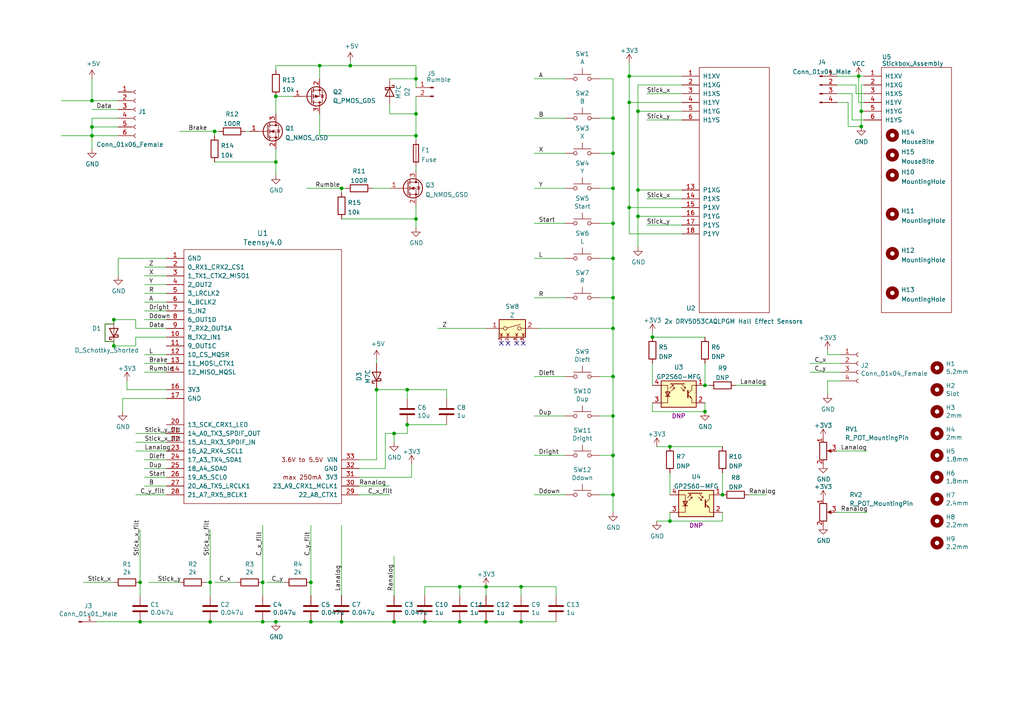
<source format=kicad_sch>
(kicad_sch (version 20211123) (generator eeschema)
  (paper "A4")
  (junction (at 151.13 170.18))
  (junction (at 151.13 180.34))
  (junction (at 120.65 39.37))
  (junction (at 133.35 180.34))
  (junction (at 114.3 125.73))
  (junction (at 177.8 44.45))
  (junction (at 177.8 54.61))
  (junction (at 182.499 22.098))
  (junction (at 204.47 119.38))
  (junction (at 194.31 151.13))
  (junction (at 123.19 180.34))
  (junction (at 204.47 111.76))
  (junction (at 177.8 109.22))
  (junction (at 140.97 170.18))
  (junction (at 249.809 36.703))
  (junction (at 120.65 22.86))
  (junction (at 80.01 46.99))
  (junction (at 249.047 22.098))
  (junction (at 177.8 143.51))
  (junction (at 120.65 33.02))
  (junction (at 185.039 55.118))
  (junction (at 140.97 180.34))
  (junction (at 26.67 36.83))
  (junction (at 33.02 92.71))
  (junction (at 92.71 19.05))
  (junction (at 60.96 180.34))
  (junction (at 189.23 97.79))
  (junction (at 182.499 29.718))
  (junction (at 177.8 132.08))
  (junction (at 118.11 113.03))
  (junction (at 90.17 180.34))
  (junction (at 133.35 170.18))
  (junction (at 90.17 168.91))
  (junction (at 101.6 19.05))
  (junction (at 80.01 180.34))
  (junction (at 120.65 63.5))
  (junction (at 109.22 113.03))
  (junction (at 185.039 32.258))
  (junction (at 62.23 38.1))
  (junction (at 177.8 34.29))
  (junction (at 194.31 129.54))
  (junction (at 76.2 168.91))
  (junction (at 99.06 180.34))
  (junction (at 249.809 32.258))
  (junction (at 177.8 86.36))
  (junction (at 177.8 120.65))
  (junction (at 114.3 180.34))
  (junction (at 99.06 54.61))
  (junction (at 40.64 180.34))
  (junction (at 177.8 74.93))
  (junction (at 26.67 39.37))
  (junction (at 118.11 123.19))
  (junction (at 80.01 27.94))
  (junction (at 182.499 60.198))
  (junction (at 33.02 100.33))
  (junction (at 26.67 29.21))
  (junction (at 177.8 64.77))
  (junction (at 177.8 95.25))
  (junction (at 60.96 168.91))
  (junction (at 185.039 62.738))
  (junction (at 76.2 180.34))
  (junction (at 209.55 143.51))
  (junction (at 40.64 168.91))
  (no_connect (at 151.765 99.568))
  (no_connect (at 145.415 99.568))
  (no_connect (at 147.32 99.568))
  (no_connect (at 149.86 99.568))
  (wire (pts (xy 204.47 111.76) (xy 205.74 111.76)))
  (wire (pts (xy 48.26 140.97) (xy 41.91 140.97)))
  (wire (pts (xy 120.65 22.86) (xy 120.65 19.05)))
  (wire (pts (xy 173.99 54.61) (xy 177.8 54.61)))
  (wire (pts (xy 104.14 135.89) (xy 111.76 135.89)))
  (wire (pts (xy 123.19 172.72) (xy 123.19 170.18)))
  (wire (pts (xy 177.8 143.51) (xy 177.8 148.59)))
  (wire (pts (xy 177.8 120.65) (xy 177.8 132.08)))
  (wire (pts (xy 120.65 59.69) (xy 120.65 63.5)))
  (wire (pts (xy 204.47 119.38) (xy 189.23 119.38)))
  (wire (pts (xy 127 95.25) (xy 140.97 95.25)))
  (wire (pts (xy 41.91 107.95) (xy 48.26 107.95)))
  (wire (pts (xy 48.26 115.57) (xy 35.56 115.57)))
  (wire (pts (xy 156.21 95.25) (xy 177.8 95.25)))
  (wire (pts (xy 247.142 34.798) (xy 247.142 27.178)))
  (wire (pts (xy 33.02 99.06) (xy 33.02 100.33)))
  (wire (pts (xy 133.35 170.18) (xy 140.97 170.18)))
  (wire (pts (xy 99.06 54.61) (xy 100.33 54.61)))
  (wire (pts (xy 120.65 39.37) (xy 120.65 40.64)))
  (wire (pts (xy 243.84 105.41) (xy 234.95 105.41)))
  (wire (pts (xy 113.03 140.97) (xy 104.14 140.97)))
  (wire (pts (xy 114.3 172.72) (xy 114.3 161.29)))
  (wire (pts (xy 209.55 137.16) (xy 209.55 143.51)))
  (wire (pts (xy 243.84 107.95) (xy 234.95 107.95)))
  (wire (pts (xy 114.3 125.73) (xy 114.3 128.27)))
  (wire (pts (xy 204.47 116.84) (xy 204.47 119.38)))
  (wire (pts (xy 163.83 120.65) (xy 154.94 120.65)))
  (wire (pts (xy 177.8 54.61) (xy 177.8 44.45)))
  (wire (pts (xy 185.039 62.738) (xy 197.739 62.738)))
  (wire (pts (xy 151.13 172.72) (xy 151.13 170.18)))
  (wire (pts (xy 118.11 123.19) (xy 118.11 125.73)))
  (wire (pts (xy 250.571 34.798) (xy 247.142 34.798)))
  (wire (pts (xy 197.739 22.098) (xy 182.499 22.098)))
  (wire (pts (xy 109.22 113.03) (xy 109.22 133.35)))
  (wire (pts (xy 40.64 180.34) (xy 60.96 180.34)))
  (wire (pts (xy 242.824 29.718) (xy 245.999 29.718)))
  (wire (pts (xy 76.2 152.4) (xy 76.2 168.91)))
  (wire (pts (xy 249.047 29.718) (xy 249.047 22.098)))
  (wire (pts (xy 80.01 19.05) (xy 80.01 20.32)))
  (wire (pts (xy 189.23 96.52) (xy 189.23 97.79)))
  (wire (pts (xy 113.03 143.51) (xy 104.14 143.51)))
  (wire (pts (xy 34.29 36.83) (xy 26.67 36.83)))
  (wire (pts (xy 90.17 152.4) (xy 90.17 168.91)))
  (wire (pts (xy 249.809 24.638) (xy 249.809 32.258)))
  (wire (pts (xy 92.71 22.86) (xy 92.71 19.05)))
  (wire (pts (xy 194.31 151.13) (xy 194.31 148.59)))
  (wire (pts (xy 109.22 104.14) (xy 109.22 105.41)))
  (wire (pts (xy 173.99 64.77) (xy 177.8 64.77)))
  (wire (pts (xy 39.37 97.79) (xy 48.26 97.79)))
  (wire (pts (xy 194.31 137.16) (xy 194.31 143.51)))
  (wire (pts (xy 209.55 148.59) (xy 209.55 151.13)))
  (wire (pts (xy 129.54 115.57) (xy 129.54 113.03)))
  (wire (pts (xy 109.22 113.03) (xy 118.11 113.03)))
  (wire (pts (xy 118.11 113.03) (xy 129.54 113.03)))
  (wire (pts (xy 34.29 31.75) (xy 26.67 31.75)))
  (wire (pts (xy 140.97 180.34) (xy 133.35 180.34)))
  (wire (pts (xy 163.83 143.51) (xy 154.94 143.51)))
  (wire (pts (xy 60.96 168.91) (xy 59.69 168.91)))
  (wire (pts (xy 120.65 27.94) (xy 120.65 33.02)))
  (wire (pts (xy 189.23 119.38) (xy 189.23 116.84)))
  (wire (pts (xy 190.5 129.54) (xy 194.31 129.54)))
  (wire (pts (xy 40.64 153.67) (xy 40.64 168.91)))
  (wire (pts (xy 113.03 22.86) (xy 120.65 22.86)))
  (wire (pts (xy 36.83 113.03) (xy 36.83 110.49)))
  (wire (pts (xy 118.11 113.03) (xy 118.11 115.57)))
  (wire (pts (xy 80.01 27.94) (xy 80.01 33.02)))
  (wire (pts (xy 80.01 27.94) (xy 85.09 27.94)))
  (wire (pts (xy 249.809 32.258) (xy 249.809 36.703)))
  (wire (pts (xy 187.579 65.278) (xy 197.739 65.278)))
  (wire (pts (xy 163.83 86.36) (xy 154.94 86.36)))
  (wire (pts (xy 92.71 19.05) (xy 101.6 19.05)))
  (wire (pts (xy 213.36 111.76) (xy 222.25 111.76)))
  (wire (pts (xy 120.65 33.02) (xy 113.03 33.02)))
  (wire (pts (xy 249.047 22.098) (xy 250.571 22.098)))
  (wire (pts (xy 34.29 39.37) (xy 26.67 39.37)))
  (wire (pts (xy 185.039 55.118) (xy 197.739 55.118)))
  (wire (pts (xy 113.03 33.02) (xy 113.03 30.48)))
  (wire (pts (xy 182.499 67.818) (xy 182.499 60.198)))
  (wire (pts (xy 111.76 135.89) (xy 111.76 125.73)))
  (wire (pts (xy 182.499 60.198) (xy 197.739 60.198)))
  (wire (pts (xy 243.84 110.49) (xy 240.03 110.49)))
  (wire (pts (xy 140.97 180.34) (xy 151.13 180.34)))
  (wire (pts (xy 35.56 115.57) (xy 35.56 119.38)))
  (wire (pts (xy 92.71 33.02) (xy 92.71 39.37)))
  (wire (pts (xy 120.65 33.02) (xy 120.65 39.37)))
  (wire (pts (xy 185.039 32.258) (xy 185.039 24.638)))
  (wire (pts (xy 90.17 180.34) (xy 99.06 180.34)))
  (wire (pts (xy 177.8 86.36) (xy 177.8 95.25)))
  (wire (pts (xy 133.35 170.18) (xy 133.35 172.72)))
  (wire (pts (xy 177.8 132.08) (xy 177.8 143.51)))
  (wire (pts (xy 209.55 151.13) (xy 194.31 151.13)))
  (wire (pts (xy 41.91 105.41) (xy 48.26 105.41)))
  (wire (pts (xy 177.8 44.45) (xy 177.8 34.29)))
  (wire (pts (xy 163.83 132.08) (xy 154.94 132.08)))
  (wire (pts (xy 48.26 133.35) (xy 41.91 133.35)))
  (wire (pts (xy 33.02 93.98) (xy 30.48 93.98)))
  (wire (pts (xy 247.142 27.178) (xy 242.824 27.178)))
  (wire (pts (xy 177.8 86.36) (xy 177.8 74.93)))
  (wire (pts (xy 187.579 57.658) (xy 197.739 57.658)))
  (wire (pts (xy 52.07 38.1) (xy 62.23 38.1)))
  (wire (pts (xy 161.29 172.72) (xy 161.29 170.18)))
  (wire (pts (xy 163.83 34.29) (xy 154.94 34.29)))
  (wire (pts (xy 39.37 100.33) (xy 33.02 100.33)))
  (wire (pts (xy 182.499 22.098) (xy 182.499 29.718)))
  (wire (pts (xy 243.84 102.87) (xy 240.03 102.87)))
  (wire (pts (xy 80.01 43.18) (xy 80.01 46.99)))
  (wire (pts (xy 182.499 29.718) (xy 182.499 60.198)))
  (wire (pts (xy 163.83 54.61) (xy 154.94 54.61)))
  (wire (pts (xy 185.039 32.258) (xy 197.739 32.258)))
  (wire (pts (xy 34.29 29.21) (xy 26.67 29.21)))
  (wire (pts (xy 48.26 102.87) (xy 41.91 102.87)))
  (wire (pts (xy 118.11 125.73) (xy 114.3 125.73)))
  (wire (pts (xy 163.83 74.93) (xy 154.94 74.93)))
  (wire (pts (xy 48.26 77.47) (xy 41.91 77.47)))
  (wire (pts (xy 52.07 168.91) (xy 43.18 168.91)))
  (wire (pts (xy 111.76 125.73) (xy 114.3 125.73)))
  (wire (pts (xy 140.97 170.18) (xy 140.97 172.72)))
  (wire (pts (xy 48.26 80.01) (xy 41.91 80.01)))
  (wire (pts (xy 99.06 54.61) (xy 99.06 55.88)))
  (wire (pts (xy 62.23 38.1) (xy 63.5 38.1)))
  (wire (pts (xy 48.26 135.89) (xy 41.91 135.89)))
  (wire (pts (xy 48.26 92.71) (xy 41.91 92.71)))
  (wire (pts (xy 177.8 74.93) (xy 177.8 64.77)))
  (wire (pts (xy 173.99 143.51) (xy 177.8 143.51)))
  (wire (pts (xy 194.31 129.54) (xy 209.55 129.54)))
  (wire (pts (xy 173.99 109.22) (xy 177.8 109.22)))
  (wire (pts (xy 76.2 168.91) (xy 76.2 172.72)))
  (wire (pts (xy 48.26 138.43) (xy 41.91 138.43)))
  (wire (pts (xy 151.13 180.34) (xy 161.29 180.34)))
  (wire (pts (xy 217.17 143.51) (xy 222.25 143.51)))
  (wire (pts (xy 48.26 143.51) (xy 39.37 143.51)))
  (wire (pts (xy 99.06 152.4) (xy 99.06 172.72)))
  (wire (pts (xy 245.999 29.718) (xy 245.999 36.703)))
  (wire (pts (xy 163.83 22.86) (xy 154.94 22.86)))
  (wire (pts (xy 189.23 97.79) (xy 204.47 97.79)))
  (wire (pts (xy 182.499 67.818) (xy 197.739 67.818)))
  (wire (pts (xy 250.571 24.638) (xy 249.809 24.638)))
  (wire (pts (xy 88.9 54.61) (xy 99.06 54.61)))
  (wire (pts (xy 114.3 180.34) (xy 123.19 180.34)))
  (wire (pts (xy 24.13 168.91) (xy 33.02 168.91)))
  (wire (pts (xy 173.99 132.08) (xy 177.8 132.08)))
  (wire (pts (xy 250.571 29.718) (xy 249.047 29.718)))
  (wire (pts (xy 189.23 105.41) (xy 189.23 111.76)))
  (wire (pts (xy 177.8 22.86) (xy 177.8 34.29)))
  (wire (pts (xy 177.8 64.77) (xy 177.8 54.61)))
  (wire (pts (xy 185.039 62.738) (xy 185.039 71.628)))
  (wire (pts (xy 39.37 92.71) (xy 33.02 92.71)))
  (wire (pts (xy 197.739 29.718) (xy 182.499 29.718)))
  (wire (pts (xy 187.579 34.798) (xy 197.739 34.798)))
  (wire (pts (xy 39.37 125.73) (xy 48.26 125.73)))
  (wire (pts (xy 48.26 90.17) (xy 41.91 90.17)))
  (wire (pts (xy 123.19 170.18) (xy 133.35 170.18)))
  (wire (pts (xy 48.26 113.03) (xy 36.83 113.03)))
  (wire (pts (xy 48.26 85.09) (xy 41.91 85.09)))
  (wire (pts (xy 249.809 32.258) (xy 250.571 32.258)))
  (wire (pts (xy 204.47 105.41) (xy 204.47 111.76)))
  (wire (pts (xy 39.37 97.79) (xy 39.37 100.33)))
  (wire (pts (xy 17.78 29.21) (xy 26.67 29.21)))
  (wire (pts (xy 62.23 168.91) (xy 68.58 168.91)))
  (wire (pts (xy 240.03 110.49) (xy 240.03 114.3)))
  (wire (pts (xy 39.37 130.81) (xy 48.26 130.81)))
  (wire (pts (xy 120.65 39.37) (xy 92.71 39.37)))
  (wire (pts (xy 99.06 63.5) (xy 120.65 63.5)))
  (wire (pts (xy 173.99 86.36) (xy 177.8 86.36)))
  (wire (pts (xy 26.67 34.29) (xy 26.67 36.83)))
  (wire (pts (xy 27.94 180.34) (xy 40.64 180.34)))
  (wire (pts (xy 99.06 180.34) (xy 114.3 180.34)))
  (wire (pts (xy 62.23 38.1) (xy 62.23 39.37)))
  (wire (pts (xy 161.29 170.18) (xy 151.13 170.18)))
  (wire (pts (xy 71.12 38.1) (xy 72.39 38.1)))
  (wire (pts (xy 119.38 138.43) (xy 104.14 138.43)))
  (wire (pts (xy 62.23 46.99) (xy 80.01 46.99)))
  (wire (pts (xy 80.01 180.34) (xy 90.17 180.34)))
  (wire (pts (xy 173.99 34.29) (xy 177.8 34.29)))
  (wire (pts (xy 242.57 130.81) (xy 251.46 130.81)))
  (wire (pts (xy 26.67 39.37) (xy 26.67 43.18)))
  (wire (pts (xy 173.99 120.65) (xy 177.8 120.65)))
  (wire (pts (xy 48.26 82.55) (xy 41.91 82.55)))
  (wire (pts (xy 185.039 62.738) (xy 185.039 55.118)))
  (wire (pts (xy 104.14 133.35) (xy 109.22 133.35)))
  (wire (pts (xy 101.6 17.78) (xy 101.6 19.05)))
  (wire (pts (xy 120.65 25.4) (xy 120.65 22.86)))
  (wire (pts (xy 177.8 109.22) (xy 177.8 120.65)))
  (wire (pts (xy 120.65 63.5) (xy 120.65 66.04)))
  (wire (pts (xy 173.99 44.45) (xy 177.8 44.45)))
  (wire (pts (xy 39.37 95.25) (xy 39.37 92.71)))
  (wire (pts (xy 163.83 44.45) (xy 154.94 44.45)))
  (wire (pts (xy 151.13 170.18) (xy 140.97 170.18)))
  (wire (pts (xy 60.96 153.67) (xy 60.96 168.91)))
  (wire (pts (xy 245.999 36.703) (xy 249.809 36.703)))
  (wire (pts (xy 242.824 22.098) (xy 249.047 22.098)))
  (wire (pts (xy 177.8 95.25) (xy 177.8 109.22)))
  (wire (pts (xy 48.26 74.93) (xy 34.29 74.93)))
  (wire (pts (xy 60.96 180.34) (xy 76.2 180.34)))
  (wire (pts (xy 107.95 54.61) (xy 113.03 54.61)))
  (wire (pts (xy 90.17 168.91) (xy 90.17 172.72)))
  (wire (pts (xy 163.83 64.77) (xy 154.94 64.77)))
  (wire (pts (xy 39.37 128.27) (xy 48.26 128.27)))
  (wire (pts (xy 173.99 22.86) (xy 177.8 22.86)))
  (wire (pts (xy 240.03 102.87) (xy 240.03 101.6)))
  (wire (pts (xy 34.29 74.93) (xy 34.29 80.01)))
  (wire (pts (xy 60.96 168.91) (xy 60.96 172.72)))
  (wire (pts (xy 26.67 36.83) (xy 26.67 39.37)))
  (wire (pts (xy 248.285 27.178) (xy 250.571 27.178)))
  (wire (pts (xy 80.01 180.34) (xy 76.2 180.34)))
  (wire (pts (xy 48.26 87.63) (xy 41.91 87.63)))
  (wire (pts (xy 40.64 172.72) (xy 40.64 168.91)))
  (wire (pts (xy 80.01 46.99) (xy 80.01 50.8)))
  (wire (pts (xy 242.824 24.638) (xy 248.285 24.638)))
  (wire (pts (xy 242.57 148.59) (xy 251.46 148.59)))
  (wire (pts (xy 182.499 18.288) (xy 182.499 22.098)))
  (wire (pts (xy 185.039 24.638) (xy 197.739 24.638)))
  (wire (pts (xy 39.37 95.25) (xy 48.26 95.25)))
  (wire (pts (xy 163.83 109.22) (xy 154.94 109.22)))
  (wire (pts (xy 26.67 29.21) (xy 26.67 22.86)))
  (wire (pts (xy 120.65 48.26) (xy 120.65 49.53)))
  (wire (pts (xy 123.19 180.34) (xy 133.35 180.34)))
  (wire (pts (xy 92.71 19.05) (xy 80.01 19.05)))
  (wire (pts (xy 118.11 123.19) (xy 129.54 123.19)))
  (wire (pts (xy 30.48 99.06) (xy 33.02 99.06)))
  (wire (pts (xy 119.38 134.62) (xy 119.38 138.43)))
  (wire (pts (xy 34.29 34.29) (xy 26.67 34.29)))
  (wire (pts (xy 197.739 27.178) (xy 187.579 27.178)))
  (wire (pts (xy 185.039 32.258) (xy 185.039 55.118)))
  (wire (pts (xy 77.47 168.91) (xy 82.55 168.91)))
  (wire (pts (xy 30.48 93.98) (xy 30.48 99.06)))
  (wire (pts (xy 17.78 39.37) (xy 26.67 39.37)))
  (wire (pts (xy 120.65 19.05) (xy 101.6 19.05)))
  (wire (pts (xy 33.02 92.71) (xy 33.02 93.98)))
  (wire (pts (xy 248.285 24.638) (xy 248.285 27.178)))
  (wire (pts (xy 190.5 151.13) (xy 194.31 151.13)))
  (wire (pts (xy 173.99 74.93) (xy 177.8 74.93)))
  (label "Lanalog" (at 214.63 111.76 0))
  (label "C_y_filt" (at 40.64 143.51 0))
  (label "Stick_y" (at 187.579 65.278 0))
  (label "A" (at 156.21 22.86 0))
  (label "A" (at 43.18 87.63 0))
  (label "Ranalog" (at 114.3 171.45 90))
  (label "Dleft" (at 43.18 133.35 0))
  (label "Z" (at 43.18 77.47 0))
  (label "L" (at 156.21 74.93 0))
  (label "Stick_y" (at 45.72 168.91 0))
  (label "C_x" (at 236.22 105.41 0))
  (label "Stick_x" (at 187.579 27.178 0))
  (label "Stick_x" (at 187.579 57.658 0))
  (label "Lanalog" (at 41.91 130.81 0))
  (label "Rumble" (at 91.44 54.61 0))
  (label "Dleft" (at 156.21 109.22 0))
  (label "Ranalog" (at 217.17 143.51 0))
  (label "Data" (at 27.94 31.75 0))
  (label "Ranalog" (at 104.14 140.97 0))
  (label "B" (at 156.21 34.29 0))
  (label "C_y" (at 78.74 168.91 0))
  (label "Rumble" (at 43.18 107.95 0))
  (label "Z" (at 128.27 95.25 0))
  (label "C_x_filt" (at 76.2 161.29 90))
  (label "Start" (at 43.18 138.43 0))
  (label "Dright" (at 43.18 90.17 0))
  (label "C_x" (at 63.5 168.91 0))
  (label "C_y_filt" (at 90.17 161.29 90))
  (label "Stick_x" (at 25.4 168.91 0))
  (label "Dright" (at 156.21 132.08 0))
  (label "Ranalog" (at 243.84 148.59 0))
  (label "Start" (at 156.21 64.77 0))
  (label "B" (at 43.18 140.97 0))
  (label "Ddown" (at 156.21 143.51 0))
  (label "Brake" (at 43.18 105.41 0))
  (label "R" (at 156.21 86.36 0))
  (label "Stick_y_filt" (at 41.91 125.73 0))
  (label "X" (at 43.18 80.01 0))
  (label "R" (at 43.18 85.09 0))
  (label "Data" (at 43.18 95.25 0))
  (label "Lanalog" (at 243.84 130.81 0))
  (label "Stick_y" (at 187.579 34.798 0))
  (label "Y" (at 156.21 54.61 0))
  (label "Ddown" (at 43.18 92.71 0))
  (label "C_y" (at 236.22 107.95 0))
  (label "Dup" (at 43.18 135.89 0))
  (label "C_x_filt" (at 106.68 143.51 0))
  (label "Brake" (at 54.61 38.1 0))
  (label "Stick_x_filt" (at 41.91 128.27 0))
  (label "Lanalog" (at 99.06 171.45 90))
  (label "L" (at 43.18 102.87 0))
  (label "X" (at 156.21 44.45 0))
  (label "Stick_x_filt" (at 40.64 161.29 90))
  (label "Y" (at 43.18 82.55 0))
  (label "Dup" (at 156.21 120.65 0))
  (label "Stick_y_filt" (at 60.96 161.29 90))
  (symbol (lib_id "teensy:Teensy4.0") (at 76.2 109.22 0) (unit 1)
    (property "Reference" "U1" (at 76.2 67.6402 0) (effects (font (size 1.524 1.524))))
    (property "Value" "Teensy4.0" (at 76.2 70.3326 0) (effects (font (size 1.524 1.524))))
    (property "Footprint" "PhobGCC_Footprints:Teensy40_Edge_Pins" (effects hide))
  )
  (symbol (lib_id "Switch:SW_Push") (at 168.91 22.86 0) (unit 1)
    (property "Reference" "SW1" (at 168.91 15.621 0))
    (property "Value" "A" (at 168.91 17.9324 0))
    (property "Footprint" "PhobGCC_Footprints:ABXY_Contact_Omron_Switch" (effects hide))
  )
  (symbol (lib_id "Switch:SW_Push") (at 168.91 34.29 0) (unit 1)
    (property "Reference" "SW2" (at 168.91 27.051 0))
    (property "Value" "B" (at 168.91 29.3624 0))
    (property "Footprint" "PhobGCC_Footprints:ABXY_Contact_Omron_Switch" (effects hide))
  )
  (symbol (lib_id "Switch:SW_Push") (at 168.91 44.45 0) (unit 1)
    (property "Reference" "SW3" (at 168.91 37.211 0))
    (property "Value" "X" (at 168.91 39.5224 0))
    (property "Footprint" "PhobGCC_Footprints:ABXY_Contact_Omron_Switch" (effects hide))
  )
  (symbol (lib_id "Switch:SW_Push") (at 168.91 54.61 0) (unit 1)
    (property "Reference" "SW4" (at 168.91 47.371 0))
    (property "Value" "Y" (at 168.91 49.6824 0))
    (property "Footprint" "PhobGCC_Footprints:ABXY_Contact_Omron_Switch" (effects hide))
  )
  (symbol (lib_id "Switch:SW_Push") (at 168.91 64.77 0) (unit 1)
    (property "Reference" "SW5" (at 168.91 57.531 0))
    (property "Value" "Start" (at 168.91 59.8424 0))
    (property "Footprint" "PhobGCC_Footprints:Start_Contact" (effects hide))
  )
  (symbol (lib_id "Switch:SW_Push") (at 168.91 74.93 0) (unit 1)
    (property "Reference" "SW6" (at 168.91 67.691 0))
    (property "Value" "L" (at 168.91 70.0024 0))
    (property "Footprint" "PhobGCC_Footprints:Pin_Header_Straight_1x02_Pitch2.54mm" (effects hide))
  )
  (symbol (lib_id "Switch:SW_Push") (at 168.91 86.36 0) (unit 1)
    (property "Reference" "SW7" (at 168.91 79.121 0))
    (property "Value" "R" (at 168.91 81.4324 0))
    (property "Footprint" "PhobGCC_Footprints:Pin_Header_Straight_1x02_Pitch2.54mm" (effects hide))
  )
  (symbol (lib_id "power:GND") (at 34.29 80.01 0) (unit 1)
    (property "Reference" "#PWR0102" (effects hide))
    (property "Value" "GND" (at 34.417 84.4042 0))
  )
  (symbol (lib_id "power:GND") (at 177.8 148.59 0) (unit 1)
    (property "Reference" "#PWR0103" (effects hide))
    (property "Value" "GND" (at 177.927 152.9842 0))
  )
  (symbol (lib_id "power:+5V") (at 26.67 22.86 0) (unit 1)
    (property "Reference" "#PWR0113" (effects hide))
    (property "Value" "+5V" (at 27.051 18.4658 0))
  )
  (symbol (lib_id "Connector:Conn_01x06_Female") (at 39.37 31.75 0) (unit 1)
    (property "Reference" "J1" (at 40.0812 32.3596 0) (effects (justify left)))
    (property "Value" "Conn_01x06_Female" (at 27.94 41.91 0) (effects (justify left)))
    (property "Footprint" "PhobGCC_Footprints:GCC_Header_Straight_1x06_Pitch2.00mm" (effects hide))
  )
  (symbol (lib_id "GCC:Gamecube-MB-rescue_Slider_GCC-Gamecube_MB") (at 238.76 130.81 0) (unit 1)
    (property "Reference" "RV1" (at 245.11 124.46 0) (effects (justify left)))
    (property "Value" "R_POT_MountingPin" (at 245.11 127 0) (effects (justify left)))
    (property "Footprint" "PhobGCC_Footprints:GCC_Slider" (effects hide))
  )
  (symbol (lib_id "Connector:Conn_01x04_Female") (at 248.92 105.41 0) (unit 1)
    (property "Reference" "J2" (at 249.6312 106.0196 0) (effects (justify left)))
    (property "Value" "Conn_01x04_Female" (at 249.6312 108.331 0) (effects (justify left)))
    (property "Footprint" "PhobGCC_Footprints:PinHeader_1x04_P2.00mm_Vertical" (effects hide))
  )
  (symbol (lib_id "GCC:Gamecube-MB-rescue_Slider_GCC-Gamecube_MB") (at 238.76 148.59 0) (unit 1)
    (property "Reference" "RV2" (at 246.38 143.51 0) (effects (justify left)))
    (property "Value" "R_POT_MountingPin" (at 246.38 146.05 0) (effects (justify left)))
    (property "Footprint" "PhobGCC_Footprints:GCC_Slider" (effects hide))
  )
  (symbol (lib_id "power:GND") (at 240.03 114.3 0) (unit 1)
    (property "Reference" "#PWR0108" (effects hide))
    (property "Value" "GND" (at 240.157 118.6942 0))
  )
  (symbol (lib_id "Switch:SW_Push") (at 168.91 109.22 0) (unit 1)
    (property "Reference" "SW9" (at 168.91 101.981 0))
    (property "Value" "Dleft" (at 168.91 104.2924 0))
    (property "Footprint" "PhobGCC_Footprints:Dpad_Contact_TL3315NF_2" (effects hide))
  )
  (symbol (lib_id "power:GND") (at 238.76 134.62 0) (unit 1)
    (property "Reference" "#PWR0115" (effects hide))
    (property "Value" "GND" (at 238.887 139.0142 0))
  )
  (symbol (lib_id "Switch:SW_Push") (at 168.91 120.65 0) (unit 1)
    (property "Reference" "SW10" (at 168.91 113.411 0))
    (property "Value" "Dup" (at 168.91 115.7224 0))
    (property "Footprint" "PhobGCC_Footprints:Dpad_Contact_TL3315NF_2" (effects hide))
  )
  (symbol (lib_id "Switch:SW_Push") (at 168.91 132.08 0) (unit 1)
    (property "Reference" "SW11" (at 168.91 124.841 0))
    (property "Value" "Dright" (at 168.91 127.1524 0))
    (property "Footprint" "PhobGCC_Footprints:Dpad_Contact_TL3315NF_2" (effects hide))
  )
  (symbol (lib_id "Switch:SW_Push") (at 168.91 143.51 0) (unit 1)
    (property "Reference" "SW12" (at 168.91 136.271 0))
    (property "Value" "Ddown" (at 168.91 138.5824 0))
    (property "Footprint" "PhobGCC_Footprints:Dpad_Contact_TL3315NF_2" (effects hide))
  )
  (symbol (lib_id "power:GND") (at 238.76 152.4 0) (unit 1)
    (property "Reference" "#PWR0117" (effects hide))
    (property "Value" "GND" (at 238.887 156.7942 0))
  )
  (symbol (lib_id "PhobGCC_Symbol_Library:SW_DIP_x01") (at 148.59 95.25 0) (unit 1)
    (property "Reference" "SW8" (at 148.59 88.9 0))
    (property "Value" "Z" (at 148.59 91.44 0))
    (property "Footprint" "PhobGCC_Footprints:Z_Switch_Edge" (effects hide))
    (property "Configuration_Pole-Throw" "Single Pole - Single Throw" (effects hide))
    (property "Contact_Current_Rating" "50 mA" (effects hide))
    (property "Comment" "1825027-5" (effects hide))
    (property "EU_RoHS_Compliance" "Compliant" (effects hide))
  )
  (symbol (lib_id "GCC:Gamecube-MB-rescue_Stickbox_Assembly-Gamecube_MB") (at 202.819 19.558 0) (unit 1)
    (property "Reference" "U2" (at 199.009 89.408 0) (effects (justify left)))
    (property "Value" "2x DRV5053CAQLPGM Hall Effect Sensors" (at 192.659 93.218 0) (effects (justify left)))
    (property "Footprint" "PhobGCC_Footprints:GCC_Stickbox_2" (effects hide))
  )
  (symbol (lib_id "power:GND") (at 185.039 71.628 0) (unit 1)
    (property "Reference" "#PWR0101" (effects hide))
    (property "Value" "GND" (at 185.166 76.0222 0))
  )
  (symbol (lib_id "Device:C") (at 40.64 176.53 0) (unit 1)
    (property "Reference" "C1" (at 43.561 175.3616 0) (effects (justify left)))
    (property "Value" "0.047u" (at 43.561 177.673 0) (effects (justify left)))
    (property "Footprint" "PhobGCC_Footprints:C_0603_HandSoldering" (effects hide))
    (property "LCSC" "C1622" (effects hide))
  )
  (symbol (lib_id "Device:C") (at 60.96 176.53 0) (unit 1)
    (property "Reference" "C2" (at 63.881 175.3616 0) (effects (justify left)))
    (property "Value" "0.047u" (at 63.881 177.673 0) (effects (justify left)))
    (property "Footprint" "PhobGCC_Footprints:C_0603_HandSoldering" (effects hide))
    (property "LCSC" "C1622" (effects hide))
  )
  (symbol (lib_id "Device:C") (at 114.3 176.53 0) (unit 1)
    (property "Reference" "C3" (at 117.221 175.3616 0) (effects (justify left)))
    (property "Value" "0.047u" (at 117.221 177.673 0) (effects (justify left)))
    (property "Footprint" "PhobGCC_Footprints:C_0603_HandSoldering" (effects hide))
    (property "LCSC" "C1622" (effects hide))
  )
  (symbol (lib_id "Device:C") (at 76.2 176.53 0) (unit 1)
    (property "Reference" "C4" (at 79.121 175.3616 0) (effects (justify left)))
    (property "Value" "0.047u" (at 79.121 177.673 0) (effects (justify left)))
    (property "Footprint" "PhobGCC_Footprints:C_0603_HandSoldering" (effects hide))
    (property "LCSC" "C1622" (effects hide))
  )
  (symbol (lib_id "Device:C") (at 90.17 176.53 0) (unit 1)
    (property "Reference" "C5" (at 93.091 175.3616 0) (effects (justify left)))
    (property "Value" "0.047u" (at 93.091 177.673 0) (effects (justify left)))
    (property "Footprint" "PhobGCC_Footprints:C_0603_HandSoldering" (effects hide))
    (property "LCSC" "C1622" (effects hide))
  )
  (symbol (lib_id "Device:C") (at 99.06 176.53 0) (unit 1)
    (property "Reference" "C7" (at 101.981 175.3616 0) (effects (justify left)))
    (property "Value" "0.047u" (at 101.981 177.673 0) (effects (justify left)))
    (property "Footprint" "PhobGCC_Footprints:C_0603_HandSoldering" (effects hide))
    (property "LCSC" "C1622" (effects hide))
  )
  (symbol (lib_id "power:GND") (at 80.01 180.34 0) (unit 1)
    (property "Reference" "#PWR0109" (effects hide))
    (property "Value" "GND" (at 80.137 184.7342 0))
  )
  (symbol (lib_id "Device:C") (at 133.35 176.53 0) (unit 1)
    (property "Reference" "C11" (at 136.271 175.3616 0) (effects (justify left)))
    (property "Value" "1u" (at 136.271 177.673 0) (effects (justify left)))
    (property "Footprint" "PhobGCC_Footprints:C_0603_1608Metric_Pad1.08x0.95mm_HandSolder" (effects hide))
    (property "LCSC" "C15849" (effects hide))
  )
  (symbol (lib_id "Device:C") (at 140.97 176.53 0) (unit 1)
    (property "Reference" "C12" (at 143.891 175.3616 0) (effects (justify left)))
    (property "Value" "1u" (at 143.891 177.673 0) (effects (justify left)))
    (property "Footprint" "PhobGCC_Footprints:C_0603_1608Metric_Pad1.08x0.95mm_HandSolder" (effects hide))
    (property "LCSC" "C15849" (effects hide))
  )
  (symbol (lib_id "power:GND") (at 26.67 43.18 0) (unit 1)
    (property "Reference" "#PWR0112" (effects hide))
    (property "Value" "GND" (at 26.797 47.5742 0))
  )
  (symbol (lib_id "Connector:Conn_01x01_Male") (at 22.86 180.34 0) (unit 1)
    (property "Reference" "J3" (at 25.6032 175.7426 0))
    (property "Value" "Conn_01x01_Male" (at 25.6032 178.054 0))
    (property "Footprint" "PhobGCC_Footprints:PinHeader_1x01_P2.54mm_Vertical" (effects hide))
  )
  (symbol (lib_id "Mechanical:MountingHole") (at 271.78 106.68 0) (unit 1)
    (property "Reference" "H1" (at 274.32 105.5116 0) (effects (justify left)))
    (property "Value" "5.2mm" (at 274.32 107.823 0) (effects (justify left)))
    (property "Footprint" "PhobGCC_Footprints:MountingHole_5.2mm" (effects hide))
  )
  (symbol (lib_id "Mechanical:MountingHole") (at 271.78 113.03 0) (unit 1)
    (property "Reference" "H2" (at 274.32 111.8616 0) (effects (justify left)))
    (property "Value" "Slot" (at 274.32 114.173 0) (effects (justify left)))
    (property "Footprint" "PhobGCC_Footprints:Slot" (effects hide))
  )
  (symbol (lib_id "Mechanical:MountingHole") (at 271.78 119.38 0) (unit 1)
    (property "Reference" "H3" (at 274.32 118.2116 0) (effects (justify left)))
    (property "Value" "2mm" (at 274.32 120.523 0) (effects (justify left)))
    (property "Footprint" "PhobGCC_Footprints:MountingHole_2.0mm" (effects hide))
  )
  (symbol (lib_id "Mechanical:MountingHole") (at 271.78 125.73 0) (unit 1)
    (property "Reference" "H4" (at 274.32 124.5616 0) (effects (justify left)))
    (property "Value" "2mm" (at 274.32 126.873 0) (effects (justify left)))
    (property "Footprint" "PhobGCC_Footprints:MountingHole_2.0mm" (effects hide))
  )
  (symbol (lib_id "Mechanical:MountingHole") (at 271.78 132.08 0) (unit 1)
    (property "Reference" "H5" (at 274.32 130.9116 0) (effects (justify left)))
    (property "Value" "1.8mm" (at 274.32 133.223 0) (effects (justify left)))
    (property "Footprint" "PhobGCC_Footprints:MountingHole_1.8mm" (effects hide))
  )
  (symbol (lib_id "Mechanical:MountingHole") (at 271.78 138.43 0) (unit 1)
    (property "Reference" "H6" (at 274.32 137.2616 0) (effects (justify left)))
    (property "Value" "1.8mm" (at 274.32 139.573 0) (effects (justify left)))
    (property "Footprint" "PhobGCC_Footprints:MountingHole_1.8mm" (effects hide))
  )
  (symbol (lib_id "Mechanical:MountingHole") (at 271.78 144.78 0) (unit 1)
    (property "Reference" "H7" (at 274.32 143.6116 0) (effects (justify left)))
    (property "Value" "2.4mm" (at 274.32 145.923 0) (effects (justify left)))
    (property "Footprint" "PhobGCC_Footprints:MountingHole_2.4mm" (effects hide))
  )
  (symbol (lib_id "Mechanical:MountingHole") (at 271.78 151.13 0) (unit 1)
    (property "Reference" "H8" (at 274.32 149.9616 0) (effects (justify left)))
    (property "Value" "2.2mm" (at 274.32 152.273 0) (effects (justify left)))
    (property "Footprint" "PhobGCC_Footprints:MountingHole_2.2mm" (effects hide))
  )
  (symbol (lib_id "Mechanical:MountingHole") (at 271.78 157.48 0) (unit 1)
    (property "Reference" "H9" (at 274.32 156.3116 0) (effects (justify left)))
    (property "Value" "2.2mm" (at 274.32 158.623 0) (effects (justify left)))
    (property "Footprint" "PhobGCC_Footprints:MountingHole_2.2mm" (effects hide))
  )
  (symbol (lib_id "Device:R") (at 36.83 168.91 270) (unit 1)
    (property "Reference" "R1" (at 36.83 163.6522 90))
    (property "Value" "2k" (at 36.83 165.9636 90))
    (property "Footprint" "PhobGCC_Footprints:R_0603_1608Metric_Pad0.98x0.95mm_HandSolder" (effects hide))
    (property "LCSC" "C22975" (effects hide))
    (property "Manufacturer PN" "0603WAF1002T5ECopy" (effects hide))
  )
  (symbol (lib_id "Device:R") (at 55.88 168.91 270) (unit 1)
    (property "Reference" "R2" (at 55.88 163.6522 90))
    (property "Value" "2k" (at 55.88 165.9636 90))
    (property "Footprint" "PhobGCC_Footprints:R_0603_1608Metric_Pad0.98x0.95mm_HandSolder" (effects hide))
    (property "LCSC" "C22975" (effects hide))
  )
  (symbol (lib_id "Device:C") (at 123.19 176.53 0) (unit 1)
    (property "Reference" "C10" (at 126.111 175.3616 0) (effects (justify left)))
    (property "Value" "1u" (at 126.111 177.673 0) (effects (justify left)))
    (property "Footprint" "PhobGCC_Footprints:C_0603_1608Metric_Pad1.08x0.95mm_HandSolder" (effects hide))
    (property "LCSC" "C15849" (effects hide))
  )
  (symbol (lib_id "Device:R") (at 209.55 111.76 90) (unit 1)
    (property "Reference" "R9" (at 209.55 106.7775 90))
    (property "Value" "DNP" (at 209.55 109.5526 90))
    (property "Footprint" "PhobGCC_Footprints:R_0603_1608_DNP" (effects hide))
  )
  (symbol (lib_id "Device:R") (at 86.36 168.91 270) (unit 1)
    (property "Reference" "R4" (at 86.36 163.6522 90))
    (property "Value" "2k" (at 86.36 165.9636 90))
    (property "Footprint" "PhobGCC_Footprints:R_0603_1608Metric_Pad0.98x0.95mm_HandSolder" (effects hide))
    (property "LCSC" "C22975" (effects hide))
  )
  (symbol (lib_id "Device:C") (at 161.29 176.53 0) (unit 1)
    (property "Reference" "C13" (at 164.211 175.3616 0) (effects (justify left)))
    (property "Value" "1u" (at 164.211 177.673 0) (effects (justify left)))
    (property "Footprint" "PhobGCC_Footprints:C_0603_1608Metric_Pad1.08x0.95mm_HandSolder" (effects hide))
    (property "LCSC" "C15849" (effects hide))
  )
  (symbol (lib_id "Device:R") (at 80.01 24.13 180) (unit 1)
    (property "Reference" "R13" (at 81.788 23.2215 0) (effects (justify right)))
    (property "Value" "10k" (at 81.788 25.9966 0) (effects (justify right)))
    (property "Footprint" "PhobGCC_Footprints:R_0603_1608Metric_Pad0.98x0.95mm_HandSolder" (effects hide))
    (property "LCSC" "C25804" (effects hide))
  )
  (symbol (lib_id "power:GND") (at 114.3 128.27 0) (unit 1)
    (property "Reference" "#PWR0119" (effects hide))
    (property "Value" "GND" (at 114.427 132.6642 0))
  )
  (symbol (lib_id "power:VCC") (at 249.047 22.098 0) (unit 1)
    (property "Reference" "#PWR0123" (effects hide))
    (property "Value" "VCC" (at 249.047 18.4935 0))
  )
  (symbol (lib_id "power:GND") (at 80.01 50.8 0) (unit 1)
    (property "Reference" "#PWR04" (effects hide))
    (property "Value" "GND" (at 80.137 55.1942 0))
  )
  (symbol (lib_id "Device:D_Schottky") (at 113.03 26.67 270) (unit 1)
    (property "Reference" "D2" (at 118.11 26.67 0))
    (property "Value" "M7C" (at 115.57 26.67 0))
    (property "Footprint" "PhobGCC_Footprints:D_SOD-123" (effects hide))
    (property "LCSC" "C8598" (effects hide))
  )
  (symbol (lib_id "Mechanical:MountingHole") (at 258.826 50.8 0) (unit 1)
    (property "Reference" "H10" (at 261.366 49.8915 0) (effects (justify left)))
    (property "Value" "MountingHole" (at 261.366 52.6666 0) (effects (justify left)))
    (property "Footprint" "PhobGCC_Footprints:MountingHole_1.8mm" (effects hide))
  )
  (symbol (lib_id "GCC:+3.3V") (at 238.76 127 0) (unit 1)
    (property "Reference" "#PWR0110" (effects hide))
    (property "Value" "+3.3V" (at 238.76 123.3955 0))
  )
  (symbol (lib_id "power:GND") (at 190.5 151.13 0) (unit 1)
    (property "Reference" "#PWR02" (effects hide))
    (property "Value" "GND" (at 190.627 155.5242 0))
  )
  (symbol (lib_id "Device:C") (at 129.54 119.38 0) (unit 1)
    (property "Reference" "C8" (at 132.461 118.2116 0) (effects (justify left)))
    (property "Value" "1u" (at 132.461 120.523 0) (effects (justify left)))
    (property "Footprint" "PhobGCC_Footprints:C_0603_1608Metric_Pad1.08x0.95mm_HandSolder" (effects hide))
    (property "LCSC" "C15849" (effects hide))
  )
  (symbol (lib_id "power:+5V") (at 109.22 104.14 0) (unit 1)
    (property "Reference" "#PWR0118" (effects hide))
    (property "Value" "+5V" (at 109.601 99.7458 0))
  )
  (symbol (lib_id "Device:R") (at 204.47 101.6 0) (unit 1)
    (property "Reference" "R6" (at 206.248 100.6915 0) (effects (justify left)))
    (property "Value" "DNP" (at 206.248 103.4666 0) (effects (justify left)))
    (property "Footprint" "PhobGCC_Footprints:R_0603_1608_DNP" (effects hide))
  )
  (symbol (lib_id "Device:Fuse") (at 120.65 44.45 0) (unit 1)
    (property "Reference" "F1" (at 122.174 43.5415 0) (effects (justify left)))
    (property "Value" "Fuse" (at 122.174 46.3166 0) (effects (justify left)))
    (property "Footprint" "PhobGCC_Footprints:Fuse_1206_3216Metric" (effects hide))
    (property "LCSC" "C69680" (effects hide))
  )
  (symbol (lib_id "Gamecube MB:Stickbox_Assembly_Hall_Only") (at 255.651 19.558 0) (unit 1)
    (property "Reference" "U5" (at 255.778 16.51 0) (effects (justify left)))
    (property "Value" "Stickbox_Assembly" (at 255.778 18.415 0) (effects (justify left)))
    (property "Footprint" "PhobGCC_Footprints:GCC_Stickbox_Hall_Only" (effects hide))
  )
  (symbol (lib_id "Mechanical:MountingHole") (at 258.826 62.103 0) (unit 1)
    (property "Reference" "H11" (at 261.366 61.1945 0) (effects (justify left)))
    (property "Value" "MountingHole" (at 261.366 63.9696 0) (effects (justify left)))
    (property "Footprint" "PhobGCC_Footprints:MountingHole_5.2mm" (effects hide))
  )
  (symbol (lib_id "GCC:+3.3V") (at 238.76 144.78 0) (unit 1)
    (property "Reference" "#PWR0107" (effects hide))
    (property "Value" "+3.3V" (at 238.76 141.1755 0))
  )
  (symbol (lib_id "Device:R") (at 213.36 143.51 90) (unit 1)
    (property "Reference" "R8" (at 213.36 138.5275 90))
    (property "Value" "DNP" (at 213.36 141.3026 90))
    (property "Footprint" "PhobGCC_Footprints:R_0603_1608_DNP" (effects hide))
  )
  (symbol (lib_id "GCC:+3.3V") (at 240.03 101.6 0) (unit 1)
    (property "Reference" "#PWR0106" (effects hide))
    (property "Value" "+3.3V" (at 240.03 97.9955 0))
  )
  (symbol (lib_id "Connector:Conn_01x02_Male") (at 125.73 25.4 0) (mirror y) (unit 1)
    (property "Reference" "J5" (at 125.095 21.3573 0))
    (property "Value" "Rumble" (at 127.254 23.114 0))
    (property "Footprint" "PhobGCC_Footprints:rumble_pins" (effects hide))
  )
  (symbol (lib_id "Mechanical:MountingHole") (at 258.826 73.533 0) (unit 1)
    (property "Reference" "H12" (at 261.366 72.6245 0) (effects (justify left)))
    (property "Value" "MountingHole" (at 261.366 75.3996 0) (effects (justify left)))
    (property "Footprint" "PhobGCC_Footprints:MountingHole_2.0mm" (effects hide))
  )
  (symbol (lib_id "Device:R") (at 67.31 38.1 90) (unit 1)
    (property "Reference" "R12" (at 67.31 33.1175 90))
    (property "Value" "100R" (at 67.31 35.8926 90))
    (property "Footprint" "PhobGCC_Footprints:R_0603_1608Metric_Pad0.98x0.95mm_HandSolder" (effects hide))
    (property "LCSC" "C22775" (effects hide))
  )
  (symbol (lib_id "Device:R") (at 62.23 43.18 180) (unit 1)
    (property "Reference" "R14" (at 64.008 42.2715 0) (effects (justify right)))
    (property "Value" "10k" (at 64.008 45.0466 0) (effects (justify right)))
    (property "Footprint" "PhobGCC_Footprints:R_0603_1608Metric_Pad0.98x0.95mm_HandSolder" (effects hide))
    (property "LCSC" "C25804" (effects hide))
  )
  (symbol (lib_id "GCC:+3.3V") (at 140.97 170.18 0) (unit 1)
    (property "Reference" "#PWR0116" (effects hide))
    (property "Value" "+3.3V" (at 140.97 166.5755 0))
  )
  (symbol (lib_id "Device:R") (at 189.23 101.6 0) (unit 1)
    (property "Reference" "R5" (at 191.008 100.6915 0) (effects (justify left)))
    (property "Value" "DNP" (at 191.008 103.4666 0) (effects (justify left)))
    (property "Footprint" "PhobGCC_Footprints:R_0603_1608_DNP" (effects hide))
  )
  (symbol (lib_id "GCC:+3.3V") (at 36.83 110.49 0) (unit 1)
    (property "Reference" "#PWR0120" (effects hide))
    (property "Value" "+3.3V" (at 36.83 106.8855 0))
  )
  (symbol (lib_id "GCC:+3.3V") (at 182.499 18.288 0) (unit 1)
    (property "Reference" "#PWR0104" (effects hide))
    (property "Value" "+3.3V" (at 182.499 14.6835 0))
  )
  (symbol (lib_id "GCC:+3.3V") (at 190.5 129.54 0) (unit 1)
    (property "Reference" "#PWR01" (effects hide))
    (property "Value" "+3.3V" (at 190.5 125.9355 0))
  )
  (symbol (lib_id "Device:R") (at 194.31 133.35 0) (unit 1)
    (property "Reference" "R7" (at 196.088 132.4415 0) (effects (justify left)))
    (property "Value" "DNP" (at 196.088 135.2166 0) (effects (justify left)))
    (property "Footprint" "PhobGCC_Footprints:R_0603_1608_DNP" (effects hide))
  )
  (symbol (lib_id "power:GND") (at 35.56 119.38 0) (unit 1)
    (property "Reference" "#PWR0121" (effects hide))
    (property "Value" "GND" (at 35.687 123.7742 0))
  )
  (symbol (lib_id "Device:R") (at 99.06 59.69 180) (unit 1)
    (property "Reference" "R15" (at 100.838 58.7815 0) (effects (justify right)))
    (property "Value" "10k" (at 100.838 61.5566 0) (effects (justify right)))
    (property "Footprint" "PhobGCC_Footprints:R_0603_1608Metric_Pad0.98x0.95mm_HandSolder" (effects hide))
    (property "LCSC" "C25804" (effects hide))
  )
  (symbol (lib_id "Device:R") (at 72.39 168.91 270) (unit 1)
    (property "Reference" "R3" (at 72.39 163.6522 90))
    (property "Value" "2k" (at 72.39 165.9636 90))
    (property "Footprint" "PhobGCC_Footprints:R_0603_1608Metric_Pad0.98x0.95mm_HandSolder" (effects hide))
    (property "LCSC" "C22975" (effects hide))
  )
  (symbol (lib_id "Device:R") (at 209.55 133.35 0) (unit 1)
    (property "Reference" "R10" (at 211.328 132.4415 0) (effects (justify left)))
    (property "Value" "DNP" (at 211.328 135.2166 0) (effects (justify left)))
    (property "Footprint" "PhobGCC_Footprints:R_0603_1608_DNP" (effects hide))
  )
  (symbol (lib_id "Device:D_Schottky") (at 109.22 109.22 90) (unit 1)
    (property "Reference" "D3" (at 104.14 109.22 0))
    (property "Value" "M7C" (at 106.68 109.22 0))
    (property "Footprint" "PhobGCC_Footprints:D_SOD-123" (effects hide))
    (property "LCSC" "C8598" (effects hide))
  )
  (symbol (lib_id "Mechanical:MountingHole") (at 258.826 39.243 0) (unit 1)
    (property "Reference" "H14" (at 261.366 38.3345 0) (effects (justify left)))
    (property "Value" "MouseBite" (at 261.366 41.1096 0) (effects (justify left)))
    (property "Footprint" "PhobGCC_Footprints:breakaway-mousebites-double" (effects hide))
  )
  (symbol (lib_id "Connector:Conn_01x04_Male") (at 237.744 24.638 0) (unit 1)
    (property "Reference" "J4" (at 238.379 18.0553 0))
    (property "Value" "Conn_01x04_Male" (at 238.379 20.8304 0))
    (property "Footprint" "PhobGCC_Footprints:PinHeader_1x04_P2.00mm_Vertical" (effects hide))
  )
  (symbol (lib_id "Sensor_Proximity:BPR-105") (at 201.93 146.05 0) (unit 1)
    (property "Reference" "U4" (at 201.93 138.2735 0))
    (property "Value" "GP2S60-MFG" (at 201.93 141.0486 0))
    (property "Footprint" "PhobGCC_Footprints:Sharp_Microelectronics-GP2S60-MFG" (effects hide))
    (property "Datasheet" "http://www.ystone.com.tw/en/data/goods/IRPT/Photo%20Interrupters-Reflective%20Type.pdf" (effects hide))
    (property "Note" "DNP" (at 201.93 152.4 0))
  )
  (symbol (lib_id "Device:Q_NMOS_GSD") (at 77.47 38.1 0) (unit 1)
    (property "Reference" "Q1" (at 82.677 37.1915 0) (effects (justify left)))
    (property "Value" "Q_NMOS_GSD" (at 82.677 39.9666 0) (effects (justify left)))
    (property "Footprint" "PhobGCC_Footprints:SOT-23" (effects hide))
    (property "LCSC" "C20917" (effects hide))
  )
  (symbol (lib_id "Device:Q_PMOS_GSD") (at 90.17 27.94 0) (mirror x) (unit 1)
    (property "Reference" "Q2" (at 96.52 26.6699 0) (effects (justify left)))
    (property "Value" "Q_PMOS_GDS" (at 96.52 29.2099 0) (effects (justify left)))
    (property "Footprint" "PhobGCC_Footprints:SOT-23" (effects hide))
    (property "LCSC" "C15127" (effects hide))
  )
  (symbol (lib_id "power:GND") (at 204.47 119.38 0) (unit 1)
    (property "Reference" "#PWR0122" (effects hide))
    (property "Value" "GND" (at 204.597 123.7742 0))
  )
  (symbol (lib_id "Mechanical:MountingHole") (at 258.826 84.963 0) (unit 1)
    (property "Reference" "H13" (at 261.366 84.0545 0) (effects (justify left)))
    (property "Value" "MountingHole" (at 261.366 86.8296 0) (effects (justify left)))
    (property "Footprint" "PhobGCC_Footprints:MountingHole_2.0mm" (effects hide))
  )
  (symbol (lib_id "Device:R") (at 104.14 54.61 90) (unit 1)
    (property "Reference" "R11" (at 104.14 49.6275 90))
    (property "Value" "100R" (at 104.14 52.4026 90))
    (property "Footprint" "PhobGCC_Footprints:R_0603_1608Metric_Pad0.98x0.95mm_HandSolder" (effects hide))
    (property "LCSC" "C22775" (effects hide))
  )
  (symbol (lib_id "Gamecube MB:D_Schottky_Shorted") (at 33.02 96.52 90) (unit 1)
    (property "Reference" "D1" (at 26.67 95.25 90) (effects (justify right)))
    (property "Value" "D_Schottky_Shorted" (at 21.59 101.6 90) (effects (justify right)))
    (property "Footprint" "PhobGCC_Footprints:D_SOD-523_Shorted" (effects hide))
  )
  (symbol (lib_id "power:GND") (at 249.809 36.703 0) (unit 1)
    (property "Reference" "#PWR0124" (effects hide))
    (property "Value" "GND" (at 249.809 41.1464 0))
  )
  (symbol (lib_id "power:+5V") (at 101.6 17.78 0) (unit 1)
    (property "Reference" "#PWR0111" (effects hide))
    (property "Value" "+5V" (at 101.981 13.3858 0))
  )
  (symbol (lib_id "Device:C") (at 118.11 119.38 0) (unit 1)
    (property "Reference" "C6" (at 121.031 118.2116 0) (effects (justify left)))
    (property "Value" "10u" (at 121.031 120.523 0) (effects (justify left)))
    (property "Footprint" "PhobGCC_Footprints:C_0603_HandSoldering" (effects hide))
    (property "LCSC" "C19702" (effects hide))
  )
  (symbol (lib_id "Sensor_Proximity:BPR-105") (at 196.85 114.3 0) (unit 1)
    (property "Reference" "U3" (at 196.85 106.5235 0))
    (property "Value" "GP2S60-MFG" (at 196.85 109.2986 0))
    (property "Footprint" "PhobGCC_Footprints:Sharp_Microelectronics-GP2S60-MFG" (effects hide))
    (property "Datasheet" "http://www.ystone.com.tw/en/data/goods/IRPT/Photo%20Interrupters-Reflective%20Type.pdf" (effects hide))
    (property "Note" "DNP" (at 196.85 120.65 0))
  )
  (symbol (lib_id "Device:C") (at 151.13 176.53 0) (unit 1)
    (property "Reference" "C9" (at 154.051 175.3616 0) (effects (justify left)))
    (property "Value" "1u" (at 154.051 177.673 0) (effects (justify left)))
    (property "Footprint" "PhobGCC_Footprints:C_0603_1608Metric_Pad1.08x0.95mm_HandSolder" (effects hide))
    (property "LCSC" "C15849" (effects hide))
  )
  (symbol (lib_id "GCC:+3.3V") (at 119.38 134.62 0) (unit 1)
    (property "Reference" "#PWR0105" (effects hide))
    (property "Value" "+3.3V" (at 119.38 131.0155 0))
  )
  (symbol (lib_id "GCC:+3.3V") (at 189.23 96.52 0) (unit 1)
    (property "Reference" "#PWR03" (effects hide))
    (property "Value" "+3.3V" (at 189.23 92.9155 0))
  )
  (symbol (lib_id "Device:Q_NMOS_GSD") (at 118.11 54.61 0) (unit 1)
    (property "Reference" "Q3" (at 123.317 53.7015 0) (effects (justify left)))
    (property "Value" "Q_NMOS_GSD" (at 123.317 56.4766 0) (effects (justify left)))
    (property "Footprint" "PhobGCC_Footprints:SOT-23" (effects hide))
    (property "LCSC" "C20917" (effects hide))
  )
  (symbol (lib_id "Mechanical:MountingHole") (at 258.826 44.958 0) (unit 1)
    (property "Reference" "H15" (at 261.366 44.0495 0) (effects (justify left)))
    (property "Value" "MouseBite" (at 261.366 46.8246 0) (effects (justify left)))
    (property "Footprint" "PhobGCC_Footprints:breakaway-mousebites-double" (effects hide))
  )
  (symbol (lib_id "power:GND") (at 120.65 66.04 0) (unit 1)
    (property "Reference" "#PWR0114" (effects hide))
    (property "Value" "GND" (at 120.777 70.4342 0))
  )
)
</source>
